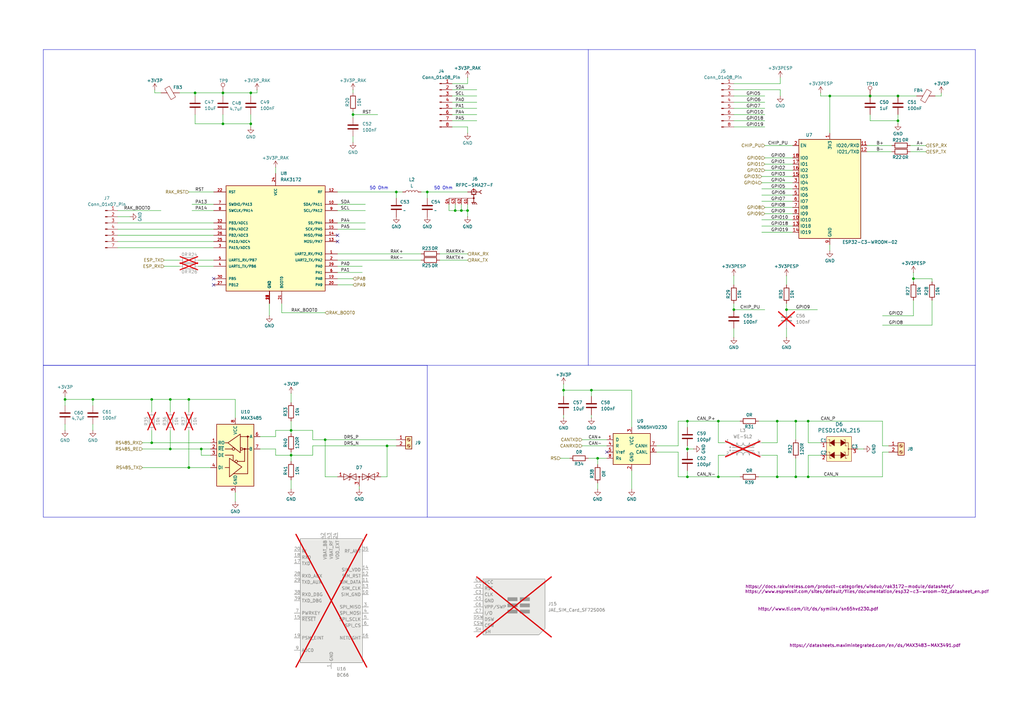
<source format=kicad_sch>
(kicad_sch (version 20250114) (generator "eeschema") (generator_version "9.0")
  (paper "A3")
  (title_block (title "OpenAirScope") (date "2025-09-08") (rev "v0-Draft") (company "E.Mert ÇAKIR"))
  (text "50 Ohm\n" (at 181.864 77.216 0) (effects (font (size 1.27 1.27))))
  (text "50 Ohm\n" (at 155.448 77.216 0) (effects (font (size 1.27 1.27))))
  (junction (at 77.47 163.83))
  (junction (at 245.11 187.96))
  (junction (at 26.67 163.83))
  (junction (at 175.26 78.74))
  (junction (at 144.78 46.99))
  (junction (at 368.3 39.37))
  (junction (at 102.87 50.8))
  (junction (at 119.38 176.53))
  (junction (at 77.47 191.77))
  (junction (at 326.39 172.72))
  (junction (at 91.44 38.1))
  (junction (at 318.77 172.72))
  (junction (at 231.14 160.02))
  (junction (at 62.23 163.83))
  (junction (at 294.64 172.72))
  (junction (at 331.47 172.72))
  (junction (at 294.64 195.58))
  (junction (at 62.23 181.61))
  (junction (at 322.58 127))
  (junction (at 119.38 186.69))
  (junction (at 281.94 172.72))
  (junction (at 69.85 163.83))
  (junction (at 281.94 195.58))
  (junction (at 242.57 160.02))
  (junction (at 91.44 50.8))
  (junction (at 102.87 38.1))
  (junction (at 281.94 184.15))
  (junction (at 340.36 39.37))
  (junction (at 69.85 184.15))
  (junction (at 356.87 39.37))
  (junction (at 191.77 86.36))
  (junction (at 80.01 38.1))
  (junction (at 162.56 78.74))
  (junction (at 82.55 184.15))
  (junction (at 186.69 86.36))
  (junction (at 331.47 195.58))
  (junction (at 326.39 195.58))
  (junction (at 133.35 180.34))
  (junction (at 189.23 86.36))
  (junction (at 374.65 114.3))
  (junction (at 300.99 127))
  (junction (at 158.75 182.88))
  (junction (at 368.3 49.53))
  (junction (at 38.1 163.83))
  (junction (at 318.77 195.58))
  (no_connect (at 87.63 114.3))
  (no_connect (at 138.43 96.52))
  (no_connect (at 87.63 116.84))
  (no_connect (at 138.43 99.06))
  (no_connect (at 248.92 185.42))
  (wire (pts (xy 48.26 86.36) (xy 66.04 86.36)))
  (wire (pts (xy 38.1 163.83) (xy 62.23 163.83)))
  (wire (pts (xy 144.78 45.72) (xy 144.78 46.99)))
  (wire (pts (xy 80.01 38.1) (xy 91.44 38.1)))
  (wire (pts (xy 300.99 34.29) (xy 320.04 34.29)))
  (wire (pts (xy 191.77 52.07) (xy 191.77 54.61)))
  (wire (pts (xy 162.56 78.74) (xy 162.56 81.28)))
  (wire (pts (xy 238.76 182.88) (xy 248.92 182.88)))
  (wire (pts (xy 48.26 96.52) (xy 87.63 96.52)))
  (wire (pts (xy 231.14 170.18) (xy 231.14 171.45)))
  (wire (pts (xy 312.42 186.69) (xy 318.77 186.69)))
  (wire (pts (xy 294.64 195.58) (xy 303.53 195.58)))
  (wire (pts (xy 162.56 78.74) (xy 165.1 78.74)))
  (wire (pts (xy 300.99 46.99) (xy 313.69 46.99)))
  (wire (pts (xy 336.55 39.37) (xy 340.36 39.37)))
  (wire (pts (xy 77.47 163.83) (xy 96.52 163.83)))
  (wire (pts (xy 303.53 172.72) (xy 294.64 172.72)))
  (wire (pts (xy 119.38 186.69) (xy 119.38 185.42)))
  (wire (pts (xy 374.65 123.19) (xy 374.65 129.54)))
  (wire (pts (xy 185.42 34.29) (xy 191.77 34.29)))
  (wire (pts (xy 320.04 36.83) (xy 320.04 39.37)))
  (wire (pts (xy 294.64 172.72) (xy 281.94 172.72)))
  (wire (pts (xy 58.42 184.15) (xy 69.85 184.15)))
  (polyline (pts (xy 175.26 212.09) (xy 400.05 212.09)))
  (wire (pts (xy 336.55 181.61) (xy 331.47 181.61)))
  (wire (pts (xy 191.77 86.36) (xy 191.77 88.9)))
  (wire (pts (xy 331.47 186.69) (xy 331.47 195.58)))
  (wire (pts (xy 374.65 114.3) (xy 374.65 115.57)))
  (wire (pts (xy 361.95 185.42) (xy 361.95 195.58)))
  (wire (pts (xy 242.57 160.02) (xy 259.08 160.02)))
  (wire (pts (xy 259.08 160.02) (xy 259.08 175.26)))
  (wire (pts (xy 26.67 173.99) (xy 26.67 176.53)))
  (wire (pts (xy 312.42 181.61) (xy 318.77 181.61)))
  (wire (pts (xy 186.69 83.82) (xy 186.69 86.36)))
  (wire (pts (xy 312.42 90.17) (xy 325.12 90.17)))
  (wire (pts (xy 186.69 86.36) (xy 189.23 86.36)))
  (wire (pts (xy 175.26 78.74) (xy 175.26 81.28)))
  (wire (pts (xy 331.47 195.58) (xy 326.39 195.58)))
  (wire (pts (xy 144.78 55.88) (xy 144.78 58.42)))
  (polyline (pts (xy 175.26 212.09) (xy 175.26 149.86)))
  (wire (pts (xy 281.94 184.15) (xy 284.48 184.15)))
  (wire (pts (xy 180.34 104.14) (xy 191.77 104.14)))
  (wire (pts (xy 189.23 83.82) (xy 189.23 86.36)))
  (wire (pts (xy 144.78 46.99) (xy 154.94 46.99)))
  (wire (pts (xy 300.99 39.37) (xy 313.69 39.37)))
  (wire (pts (xy 373.38 62.23) (xy 379.73 62.23)))
  (wire (pts (xy 238.76 180.34) (xy 248.92 180.34)))
  (wire (pts (xy 300.99 127) (xy 313.69 127)))
  (wire (pts (xy 231.14 157.48) (xy 231.14 160.02)))
  (wire (pts (xy 80.01 50.8) (xy 91.44 50.8)))
  (wire (pts (xy 133.35 180.34) (xy 133.35 195.58)))
  (wire (pts (xy 110.49 124.46) (xy 110.49 129.54)))
  (wire (pts (xy 322.58 124.46) (xy 322.58 127)))
  (wire (pts (xy 185.42 52.07) (xy 191.77 52.07)))
  (wire (pts (xy 281.94 195.58) (xy 278.13 195.58)))
  (wire (pts (xy 69.85 163.83) (xy 77.47 163.83)))
  (wire (pts (xy 326.39 195.58) (xy 318.77 195.58)))
  (wire (pts (xy 245.11 187.96) (xy 248.92 187.96)))
  (wire (pts (xy 340.36 39.37) (xy 340.36 54.61)))
  (wire (pts (xy 138.43 104.14) (xy 172.72 104.14)))
  (wire (pts (xy 355.6 62.23) (xy 365.76 62.23)))
  (wire (pts (xy 189.23 86.36) (xy 191.77 86.36)))
  (wire (pts (xy 156.21 195.58) (xy 158.75 195.58)))
  (wire (pts (xy 318.77 172.72) (xy 318.77 181.61)))
  (wire (pts (xy 312.42 72.39) (xy 325.12 72.39)))
  (wire (pts (xy 119.38 161.29) (xy 119.38 165.1)))
  (wire (pts (xy 69.85 176.53) (xy 69.85 184.15)))
  (wire (pts (xy 355.6 59.69) (xy 365.76 59.69)))
  (wire (pts (xy 158.75 182.88) (xy 162.56 182.88)))
  (wire (pts (xy 128.27 176.53) (xy 119.38 176.53)))
  (wire (pts (xy 326.39 180.34) (xy 326.39 172.72)))
  (wire (pts (xy 82.55 186.69) (xy 82.55 184.15)))
  (wire (pts (xy 128.27 186.69) (xy 128.27 182.88)))
  (wire (pts (xy 322.58 134.62) (xy 322.58 138.43)))
  (polyline (pts (xy 17.78 20.32) (xy 17.78 149.86)))
  (wire (pts (xy 115.57 128.27) (xy 133.35 128.27)))
  (wire (pts (xy 102.87 46.99) (xy 102.87 50.8)))
  (wire (pts (xy 245.11 190.5) (xy 245.11 187.96)))
  (wire (pts (xy 63.5 36.83) (xy 63.5 38.1)))
  (wire (pts (xy 318.77 186.69) (xy 318.77 195.58)))
  (wire (pts (xy 269.24 182.88) (xy 278.13 182.88)))
  (wire (pts (xy 58.42 181.61) (xy 62.23 181.61)))
  (wire (pts (xy 368.3 46.99) (xy 368.3 49.53)))
  (wire (pts (xy 331.47 181.61) (xy 331.47 172.72)))
  (wire (pts (xy 105.41 36.83) (xy 105.41 38.1)))
  (wire (pts (xy 326.39 187.96) (xy 326.39 195.58)))
  (wire (pts (xy 351.79 184.15) (xy 354.33 184.15)))
  (wire (pts (xy 73.66 106.68) (xy 67.31 106.68)))
  (wire (pts (xy 313.69 87.63) (xy 325.12 87.63)))
  (wire (pts (xy 375.92 39.37) (xy 368.3 39.37)))
  (wire (pts (xy 312.42 92.71) (xy 325.12 92.71)))
  (wire (pts (xy 294.64 172.72) (xy 294.64 181.61)))
  (wire (pts (xy 138.43 114.3) (xy 144.78 114.3)))
  (wire (pts (xy 278.13 172.72) (xy 278.13 182.88)))
  (wire (pts (xy 91.44 46.99) (xy 91.44 50.8)))
  (wire (pts (xy 82.55 184.15) (xy 86.36 184.15)))
  (wire (pts (xy 102.87 50.8) (xy 102.87 52.07)))
  (wire (pts (xy 297.18 181.61) (xy 294.64 181.61)))
  (wire (pts (xy 281.94 193.04) (xy 281.94 195.58)))
  (polyline (pts (xy 400.05 149.86) (xy 17.78 149.86)))
  (wire (pts (xy 326.39 172.72) (xy 318.77 172.72)))
  (wire (pts (xy 361.95 133.35) (xy 382.27 133.35)))
  (wire (pts (xy 91.44 38.1) (xy 91.44 39.37)))
  (wire (pts (xy 115.57 124.46) (xy 115.57 128.27)))
  (wire (pts (xy 113.03 184.15) (xy 113.03 186.69)))
  (wire (pts (xy 62.23 181.61) (xy 86.36 181.61)))
  (wire (pts (xy 185.42 41.91) (xy 195.58 41.91)))
  (wire (pts (xy 138.43 93.98) (xy 149.86 93.98)))
  (wire (pts (xy 336.55 38.1) (xy 336.55 39.37)))
  (wire (pts (xy 231.14 162.56) (xy 231.14 160.02)))
  (wire (pts (xy 229.87 187.96) (xy 233.68 187.96)))
  (wire (pts (xy 113.03 186.69) (xy 119.38 186.69)))
  (wire (pts (xy 119.38 172.72) (xy 119.38 176.53)))
  (wire (pts (xy 241.3 187.96) (xy 245.11 187.96)))
  (wire (pts (xy 48.26 88.9) (xy 53.34 88.9)))
  (wire (pts (xy 382.27 115.57) (xy 382.27 114.3)))
  (wire (pts (xy 133.35 195.58) (xy 138.43 195.58)))
  (wire (pts (xy 80.01 46.99) (xy 80.01 50.8)))
  (wire (pts (xy 231.14 160.02) (xy 242.57 160.02)))
  (wire (pts (xy 356.87 49.53) (xy 368.3 49.53)))
  (wire (pts (xy 138.43 106.68) (xy 172.72 106.68)))
  (wire (pts (xy 322.58 113.03) (xy 322.58 116.84)))
  (wire (pts (xy 185.42 49.53) (xy 195.58 49.53)))
  (wire (pts (xy 336.55 186.69) (xy 331.47 186.69)))
  (wire (pts (xy 86.36 186.69) (xy 82.55 186.69)))
  (wire (pts (xy 313.69 85.09) (xy 325.12 85.09)))
  (wire (pts (xy 300.99 49.53) (xy 313.69 49.53)))
  (wire (pts (xy 313.69 67.31) (xy 325.12 67.31)))
  (wire (pts (xy 144.78 46.99) (xy 144.78 48.26)))
  (wire (pts (xy 119.38 186.69) (xy 119.38 189.23)))
  (wire (pts (xy 81.28 106.68) (xy 87.63 106.68)))
  (polyline (pts (xy 17.78 149.86) (xy 17.78 212.09)))
  (wire (pts (xy 172.72 78.74) (xy 175.26 78.74)))
  (wire (pts (xy 300.99 134.62) (xy 300.99 138.43)))
  (wire (pts (xy 128.27 186.69) (xy 119.38 186.69)))
  (wire (pts (xy 113.03 68.58) (xy 113.03 71.12)))
  (wire (pts (xy 62.23 163.83) (xy 62.23 168.91)))
  (wire (pts (xy 69.85 163.83) (xy 69.85 168.91)))
  (wire (pts (xy 313.69 59.69) (xy 325.12 59.69)))
  (wire (pts (xy 311.15 172.72) (xy 318.77 172.72)))
  (polyline (pts (xy 241.3 20.32) (xy 241.3 149.86)))
  (polyline (pts (xy 17.78 20.32) (xy 400.05 20.32)))
  (wire (pts (xy 300.99 124.46) (xy 300.99 127)))
  (wire (pts (xy 128.27 182.88) (xy 158.75 182.88)))
  (wire (pts (xy 340.36 100.33) (xy 340.36 102.87)))
  (wire (pts (xy 138.43 91.44) (xy 149.86 91.44)))
  (wire (pts (xy 313.69 64.77) (xy 325.12 64.77)))
  (wire (pts (xy 312.42 74.93) (xy 325.12 74.93)))
  (wire (pts (xy 175.26 78.74) (xy 191.77 78.74)))
  (wire (pts (xy 242.57 160.02) (xy 242.57 162.56)))
  (polyline (pts (xy 400.05 20.32) (xy 400.05 149.86)))
  (wire (pts (xy 331.47 172.72) (xy 326.39 172.72)))
  (wire (pts (xy 133.35 180.34) (xy 162.56 180.34)))
  (wire (pts (xy 300.99 113.03) (xy 300.99 116.84)))
  (wire (pts (xy 81.28 109.22) (xy 87.63 109.22)))
  (wire (pts (xy 281.94 172.72) (xy 281.94 175.26)))
  (wire (pts (xy 364.49 185.42) (xy 361.95 185.42)))
  (wire (pts (xy 138.43 86.36) (xy 149.86 86.36)))
  (wire (pts (xy 62.23 176.53) (xy 62.23 181.61)))
  (wire (pts (xy 138.43 83.82) (xy 149.86 83.82)))
  (wire (pts (xy 73.66 109.22) (xy 67.31 109.22)))
  (wire (pts (xy 102.87 38.1) (xy 102.87 39.37)))
  (wire (pts (xy 368.3 50.8) (xy 368.3 49.53)))
  (wire (pts (xy 48.26 93.98) (xy 87.63 93.98)))
  (polyline (pts (xy 17.78 149.86) (xy 175.26 149.86)))
  (wire (pts (xy 91.44 38.1) (xy 102.87 38.1)))
  (wire (pts (xy 373.38 59.69) (xy 379.73 59.69)))
  (wire (pts (xy 119.38 196.85) (xy 119.38 200.66)))
  (wire (pts (xy 96.52 163.83) (xy 96.52 171.45)))
  (wire (pts (xy 26.67 163.83) (xy 26.67 166.37)))
  (wire (pts (xy 313.69 69.85) (xy 325.12 69.85)))
  (wire (pts (xy 356.87 46.99) (xy 356.87 49.53)))
  (wire (pts (xy 184.15 83.82) (xy 184.15 86.36)))
  (wire (pts (xy 144.78 36.83) (xy 144.78 38.1)))
  (wire (pts (xy 63.5 38.1) (xy 66.04 38.1)))
  (wire (pts (xy 312.42 80.01) (xy 325.12 80.01)))
  (wire (pts (xy 77.47 163.83) (xy 77.47 168.91)))
  (wire (pts (xy 382.27 123.19) (xy 382.27 133.35)))
  (wire (pts (xy 113.03 176.53) (xy 119.38 176.53)))
  (wire (pts (xy 361.95 182.88) (xy 361.95 172.72)))
  (wire (pts (xy 78.74 86.36) (xy 87.63 86.36)))
  (wire (pts (xy 138.43 116.84) (xy 144.78 116.84)))
  (polyline (pts (xy 17.78 212.09) (xy 175.26 212.09)))
  (wire (pts (xy 185.42 44.45) (xy 195.58 44.45)))
  (wire (pts (xy 312.42 82.55) (xy 325.12 82.55)))
  (wire (pts (xy 106.68 184.15) (xy 113.03 184.15)))
  (wire (pts (xy 382.27 114.3) (xy 374.65 114.3)))
  (wire (pts (xy 312.42 77.47) (xy 325.12 77.47)))
  (wire (pts (xy 80.01 38.1) (xy 80.01 39.37)))
  (wire (pts (xy 259.08 193.04) (xy 259.08 200.66)))
  (wire (pts (xy 138.43 111.76) (xy 148.59 111.76)))
  (wire (pts (xy 73.66 38.1) (xy 80.01 38.1)))
  (wire (pts (xy 340.36 39.37) (xy 356.87 39.37)))
  (wire (pts (xy 128.27 180.34) (xy 133.35 180.34)))
  (wire (pts (xy 281.94 172.72) (xy 278.13 172.72)))
  (wire (pts (xy 113.03 179.07) (xy 113.03 176.53)))
  (wire (pts (xy 185.42 46.99) (xy 195.58 46.99)))
  (wire (pts (xy 48.26 99.06) (xy 87.63 99.06)))
  (wire (pts (xy 48.26 101.6) (xy 87.63 101.6)))
  (wire (pts (xy 106.68 179.07) (xy 113.03 179.07)))
  (wire (pts (xy 62.23 163.83) (xy 69.85 163.83)))
  (wire (pts (xy 361.95 172.72) (xy 331.47 172.72)))
  (wire (pts (xy 364.49 182.88) (xy 361.95 182.88)))
  (wire (pts (xy 374.65 114.3) (xy 374.65 111.76)))
  (wire (pts (xy 242.57 170.18) (xy 242.57 171.45)))
  (wire (pts (xy 77.47 176.53) (xy 77.47 191.77)))
  (wire (pts (xy 138.43 78.74) (xy 162.56 78.74)))
  (wire (pts (xy 361.95 195.58) (xy 331.47 195.58)))
  (wire (pts (xy 356.87 39.37) (xy 368.3 39.37)))
  (polyline (pts (xy 400.05 212.09) (xy 400.05 149.86)))
  (wire (pts (xy 26.67 162.56) (xy 26.67 163.83)))
  (wire (pts (xy 361.95 129.54) (xy 374.65 129.54)))
  (wire (pts (xy 245.11 198.12) (xy 245.11 200.66)))
  (wire (pts (xy 311.15 195.58) (xy 318.77 195.58)))
  (wire (pts (xy 158.75 195.58) (xy 158.75 182.88)))
  (wire (pts (xy 69.85 184.15) (xy 82.55 184.15)))
  (wire (pts (xy 297.18 186.69) (xy 294.64 186.69)))
  (wire (pts (xy 77.47 191.77) (xy 86.36 191.77)))
  (wire (pts (xy 119.38 176.53) (xy 119.38 177.8)))
  (wire (pts (xy 96.52 201.93) (xy 96.52 205.74)))
  (wire (pts (xy 320.04 34.29) (xy 320.04 31.75)))
  (wire (pts (xy 77.47 78.74) (xy 87.63 78.74)))
  (wire (pts (xy 184.15 86.36) (xy 186.69 86.36)))
  (wire (pts (xy 105.41 38.1) (xy 102.87 38.1)))
  (wire (pts (xy 147.32 199.39) (xy 147.32 200.66)))
  (wire (pts (xy 300.99 44.45) (xy 313.69 44.45)))
  (wire (pts (xy 185.42 39.37) (xy 195.58 39.37)))
  (wire (pts (xy 386.08 38.1) (xy 386.08 39.37)))
  (wire (pts (xy 26.67 163.83) (xy 38.1 163.83)))
  (wire (pts (xy 38.1 163.83) (xy 38.1 166.37)))
  (wire (pts (xy 180.34 106.68) (xy 191.77 106.68)))
  (wire (pts (xy 185.42 36.83) (xy 195.58 36.83)))
  (wire (pts (xy 48.26 91.44) (xy 87.63 91.44)))
  (wire (pts (xy 78.74 83.82) (xy 87.63 83.82)))
  (wire (pts (xy 91.44 50.8) (xy 102.87 50.8)))
  (wire (pts (xy 300.99 36.83) (xy 320.04 36.83)))
  (wire (pts (xy 312.42 95.25) (xy 325.12 95.25)))
  (wire (pts (xy 278.13 195.58) (xy 278.13 185.42)))
  (wire (pts (xy 281.94 182.88) (xy 281.94 184.15)))
  (wire (pts (xy 58.42 191.77) (xy 77.47 191.77)))
  (wire (pts (xy 300.99 41.91) (xy 313.69 41.91)))
  (wire (pts (xy 269.24 185.42) (xy 278.13 185.42)))
  (wire (pts (xy 191.77 34.29) (xy 191.77 31.75)))
  (wire (pts (xy 281.94 184.15) (xy 281.94 185.42)))
  (wire (pts (xy 294.64 186.69) (xy 294.64 195.58)))
  (wire (pts (xy 128.27 176.53) (xy 128.27 180.34)))
  (wire (pts (xy 38.1 173.99) (xy 38.1 176.53)))
  (wire (pts (xy 300.99 52.07) (xy 313.69 52.07)))
  (wire (pts (xy 386.08 39.37) (xy 383.54 39.37)))
  (wire (pts (xy 138.43 109.22) (xy 148.59 109.22)))
  (wire (pts (xy 322.58 127) (xy 335.28 127)))
  (wire (pts (xy 294.64 195.58) (xy 281.94 195.58)))
  (wire (pts (xy 191.77 83.82) (xy 191.77 86.36)))
  (label "GPIO4" (at 316.23 74.93 0))
  (label "SDA" (at 186.69 36.83 0))
  (label "GPIO3" (at 316.23 72.39 0))
  (label "PA14" (at 80.01 86.36 0))
  (label "GPIO5" (at 306.07 39.37 0))
  (label "CAN-" (at 241.3699 182.88 0))
  (label "GPIO2" (at 364.49 129.54 0))
  (label "RAKTX+" (at 182.88 106.68 0))
  (label "GPIO8" (at 364.49 133.35 0))
  (label "RST" (at 148.59 46.99 0))
  (label "GPIO10" (at 306.07 46.99 0))
  (label "CHIP_PU" (at 303.53 127 0))
  (label "CAN+" (at 241.3 180.34 0))
  (label "GPIO9" (at 326.39 127 0))
  (label "B+" (at 359.41 59.69 0))
  (label "PA4" (at 186.69 46.99 0))
  (label "GPIO0" (at 316.23 64.77 0))
  (label "GPIO9" (at 316.23 87.63 0))
  (label "SCL" (at 186.69 39.37 0))
  (label "CAN_N" (at 337.82 195.58 0))
  (label "GPIO6" (at 316.3468 80.01 0))
  (label "RAK_BOOT0" (at 50.8 86.36 0))
  (label "DRS_P" (at 140.97 180.34 0))
  (label "SCL" (at 139.7 86.36 0))
  (label "RST" (at 80.01 78.74 0))
  (label "GPIO19" (at 306.07 52.07 0))
  (label "RAK-" (at 160.02 106.68 0))
  (label "PA1" (at 186.69 44.45 0))
  (label "CHIP_PU" (at 314.96 59.69 0))
  (label "PA13" (at 80.01 83.82 0))
  (label "CAN_P+" (at 285.75 172.72 0))
  (label "A+" (at 375.92 59.69 0))
  (label "GPIO10" (at 316.23 90.17 0))
  (label "GPIO8" (at 316.23 85.09 0))
  (label "GPIO6" (at 306.1868 41.91 0))
  (label "PA1" (at 139.7 111.76 0))
  (label "SDA" (at 139.7 83.82 0))
  (label "PA0" (at 186.69 41.91 0))
  (label "GPIO5" (at 316.23 77.47 0))
  (label "B-" (at 359.41 62.23 0))
  (label "GPIO1" (at 316.23 67.31 0))
  (label "GPIO18" (at 316.23 92.71 0))
  (label "PA0" (at 139.7 109.22 0))
  (label "PA4" (at 139.7 91.44 0))
  (label "A-" (at 375.92 62.23 0))
  (label "GPIO2" (at 316.23 69.85 0))
  (label "GPIO18" (at 306.07 49.53 0))
  (label "PA5" (at 139.7 93.98 0))
  (label "GPIO19" (at 316.23 95.25 0))
  (label "GPIO7" (at 316.23 82.55 0))
  (label "CAN_P" (at 336.55 172.72 0))
  (label "RAK+" (at 160.02 104.14 0))
  (label "RAKRX+" (at 182.88 104.14 0))
  (label "DRS_N" (at 140.97 182.88 0))
  (label "GPIO7" (at 306.07 44.45 0))
  (label "RAK_BOOT0" (at 119.38 128.27 0))
  (label "PA5" (at 186.69 49.53 0))
  (label "CAN_N-" (at 285.75 195.58 0))
  (hierarchical_label "RAK_RX" (shape input) (at 191.77 104.14 0))
  (hierarchical_label "ESP_RX" (shape input) (at 67.31 109.22 180))
  (hierarchical_label "CANRXD" (shape input) (at 238.76 182.88 180))
  (hierarchical_label "GPIO9" (shape input) (at 313.69 87.63 180))
  (hierarchical_label "ESP_TX" (shape input) (at 379.73 62.23 0))
  (hierarchical_label "RS485_TX" (shape input) (at 58.42 191.77 180))
  (hierarchical_label "RS" (shape input) (at 229.87 187.96 180))
  (hierarchical_label "GPIO8" (shape input) (at 313.69 85.09 180))
  (hierarchical_label "CANTXD" (shape input) (at 238.76 180.34 180))
  (hierarchical_label "GPIO4" (shape input) (at 312.42 74.93 180))
  (hierarchical_label "GPIO1" (shape input) (at 313.69 67.31 180))
  (hierarchical_label "PA8" (shape input) (at 144.78 114.3 0))
  (hierarchical_label "RAK_BOOT0" (shape input) (at 133.35 128.27 0))
  (hierarchical_label "GPIO3" (shape input) (at 312.42 72.39 180))
  (hierarchical_label "ESP_RX" (shape input) (at 379.73 59.69 0))
  (hierarchical_label "CHIP_PU" (shape input) (at 313.69 59.69 180))
  (hierarchical_label "RS485_RX" (shape input) (at 58.42 181.61 180))
  (hierarchical_label "GPIO2" (shape input) (at 313.69 69.85 180))
  (hierarchical_label "RS485_RE" (shape input) (at 58.42 184.15 180))
  (hierarchical_label "RAK_RST" (shape input) (at 77.47 78.74 180))
  (hierarchical_label "PA9" (shape input) (at 144.78 116.84 0))
  (hierarchical_label "RAK_TX" (shape input) (at 191.77 106.68 0))
  (hierarchical_label "GPIO0" (shape input) (at 313.69 64.77 180))
  (hierarchical_label "ESP_TX" (shape input) (at 67.31 106.68 180))
  (symbol (lib_id "power:VBUS") (at 105.41 36.83 0) (mirror y) (unit 1)
    (property "Reference" "#PWR069" (effects (hide yes)))
    (property "Value" "+3V3P_RAK" (at 105.41 33.02 0))
    (property "Description" "Power symbol creates a global label with name \"VBUS\"" (effects (hide yes)))
  )
  (symbol (lib_id "Device:R") (at 119.38 168.91 180) (unit 1)
    (property "Reference" "R33" (at 117.094 168.91 90))
    (property "Value" "10k" (at 121.92 168.91 90))
    (property "Footprint" "Resistor_SMD:R_0603_1608Metric" (effects (hide yes)))
    (property "Description" "Resistor" (effects (hide yes)))
  )
  (symbol (lib_id "WE-SL2:WE-SL2") (at 304.8 184.15 0) (unit 1) (dnp yes)
    (property "Reference" "L3" (at 304.64 176.53 0))
    (property "Value" "WE-SL2" (at 304.64 179.07 0))
    (property "Footprint" "WE-SL2:WE-SL2" (effects (hide yes)))
    (property "MF" "Würth Elektronik" (effects (hide yes)))
    (property "Description_1" "Common Mode Line Filter, SMT, 1000mA, 80V, Bifilar 2x51uH, WE-SL2 Series | Wurth Electronics 744227" (effects (hide yes)))
    (property "Package" "Horizontal-4 Wurth Elektronik" (effects (hide yes)))
    (property "Price" "None" (effects (hide yes)))
    (property "SnapEDA_Link" "https://www.snapeda.com/parts/744227/W%25C3%25BCrth+Elektronik+Midcom/view-part/?ref=snap" (effects (hide yes)))
    (property "MP" "744227" (effects (hide yes)))
    (property "Availability" "In Stock" (effects (hide yes)))
    (property "Check_prices" "https://www.snapeda.com/parts/744227/W%25C3%25BCrth+Elektronik+Midcom/view-part/?ref=eda" (effects (hide yes)))
  )
  (symbol (lib_id "Device:R") (at 374.65 119.38 180) (unit 1)
    (property "Reference" "R27" (at 372.364 119.38 90))
    (property "Value" "10k" (at 376.936 119.38 90))
    (property "Footprint" "Resistor_SMD:R_0603_1608Metric" (effects (hide yes)))
    (property "Description" "Resistor" (effects (hide yes)))
  )
  (symbol (lib_id "Device:C") (at 281.94 179.07 0) (unit 1)
    (property "Reference" "C59" (at 285.75 177.7999 0) (effects (justify left)))
    (property "Value" "100pF" (at 285.75 180.3399 0) (effects (justify left)))
    (property "Footprint" "Capacitor_SMD:C_0603_1608Metric" (effects (hide yes)))
    (property "Description" "Unpolarized capacitor" (effects (hide yes)))
  )
  (symbol (lib_id "power:GND") (at 38.1 176.53 0) (unit 1)
    (property "Reference" "#PWR099" (effects (hide yes)))
    (property "Value" "GND" (at 38.1 180.594 0))
    (property "Description" "Power symbol creates a global label with name \"GND\" , ground" (effects (hide yes)))
  )
  (symbol (lib_id "power:GND") (at 242.57 171.45 0) (unit 1)
    (property "Reference" "#PWR093" (effects (hide yes)))
    (property "Value" "GND" (at 242.57 175.514 0))
    (property "Description" "Power symbol creates a global label with name \"GND\" , ground" (effects (hide yes)))
  )
  (symbol (lib_id "Diode:SM712_SOT23") (at 147.32 195.58 0) (unit 1)
    (property "Reference" "D7" (at 147.32 191.77 0))
    (property "Value" "SM712_SOT23" (effects (hide yes)))
    (property "Footprint" "Package_TO_SOT_SMD:SOT-23" (effects (hide yes)))
    (property "Datasheet" "https://www.littelfuse.com/~/media/electronics/datasheets/tvs_diode_arrays/littelfuse_tvs_diode_array_sm712_datasheet.pdf.pdf" (effects (hide yes)))
    (property "Description" "7V/12V, 600W Asymmetrical TVS Diode Array, SOT-23" (effects (hide yes)))
  )
  (symbol (lib_id "power:GND") (at 284.48 184.15 90) (unit 1)
    (property "Reference" "#PWR096" (effects (hide yes)))
    (property "Value" "GND" (at 288.544 184.15 0))
    (property "Description" "Power symbol creates a global label with name \"GND\" , ground" (effects (hide yes)))
  )
  (symbol (lib_id "power:VBUS") (at 320.04 31.75 0) (unit 1)
    (property "Reference" "#PWR067" (effects (hide yes)))
    (property "Value" "+3V3PESP" (at 320.04 27.94 0))
    (property "Description" "Power symbol creates a global label with name \"VBUS\"" (effects (hide yes)))
  )
  (symbol (lib_id "power:VBUS") (at 113.03 68.58 0) (mirror y) (unit 1)
    (property "Reference" "#PWR078" (effects (hide yes)))
    (property "Value" "+3V3P_RAK" (at 113.03 64.77 0))
    (property "Description" "Power symbol creates a global label with name \"VBUS\"" (effects (hide yes)))
  )
  (symbol (lib_id "power:VBUS") (at 63.5 36.83 0) (mirror y) (unit 1)
    (property "Reference" "#PWR068" (effects (hide yes)))
    (property "Value" "+3V3P" (at 63.5 33.02 0))
    (property "Description" "Power symbol creates a global label with name \"VBUS\"" (effects (hide yes)))
  )
  (symbol (lib_id "Device:R") (at 326.39 184.15 180) (unit 1)
    (property "Reference" "R32" (at 324.104 184.15 90))
    (property "Value" "120R" (at 328.93 184.15 90))
    (property "Footprint" "Resistor_SMD:R_0603_1608Metric" (effects (hide yes)))
    (property "Description" "Resistor" (effects (hide yes)))
  )
  (symbol (lib_id "power:VBUS") (at 386.08 38.1 0) (unit 1)
    (property "Reference" "#PWR072" (effects (hide yes)))
    (property "Value" "+3V3P" (at 386.08 34.29 0))
    (property "Description" "Power symbol creates a global label with name \"VBUS\"" (effects (hide yes)))
  )
  (symbol (lib_id "Interface_CAN_LIN:SN65HVD230") (at 259.08 182.88 0) (unit 1)
    (property "Reference" "U9" (at 261.2233 172.72 0) (effects (justify left)))
    (property "Value" "SN65HVD230" (at 261.2233 175.26 0) (effects (justify left)))
    (property "Footprint" "Package_SO:SOIC-8_3.9x4.9mm_P1.27mm" (effects (hide yes)))
    (property "Datasheet" "http://www.ti.com/lit/ds/symlink/sn65hvd230.pdf" (at 335.534 249.682 0))
    (property "Description" "CAN Bus Transceivers, 3.3V, 1Mbps, Low-Power capabilities, SOIC-8" (effects (hide yes)))
  )
  (symbol (lib_id "power:GND") (at 102.87 52.07 0) (unit 1)
    (property "Reference" "#PWR075" (effects (hide yes)))
    (property "Value" "GND" (at 102.87 56.134 0))
    (property "Description" "Power symbol creates a global label with name \"GND\" , ground" (effects (hide yes)))
  )
  (symbol (lib_id "Device:C") (at 368.3 43.18 0) (unit 1)
    (property "Reference" "C51" (at 372.11 41.9099 0) (effects (justify left)))
    (property "Value" "100nF" (at 372.11 44.4499 0) (effects (justify left)))
    (property "Footprint" "Capacitor_SMD:C_0603_1608Metric" (effects (hide yes)))
    (property "Description" "Unpolarized capacitor" (effects (hide yes)))
  )
  (symbol (lib_id "Device:R") (at 77.47 109.22 270) (unit 1) (dnp yes)
    (property "Reference" "R26" (at 79.0855 111.4532 90))
    (property "Value" "0R" (at 75.692 111.506 90))
    (property "Footprint" "Resistor_SMD:R_0603_1608Metric" (effects (hide yes)))
    (property "Description" "Resistor" (effects (hide yes)))
  )
  (symbol (lib_id "Device:C") (at 356.87 43.18 0) (unit 1)
    (property "Reference" "C50" (at 360.68 41.9099 0) (effects (justify left)))
    (property "Value" "1uF" (at 360.68 44.4499 0) (effects (justify left)))
    (property "Footprint" "Capacitor_SMD:C_1206_3216Metric" (effects (hide yes)))
    (property "Description" "Unpolarized capacitor" (effects (hide yes)))
  )
  (symbol (lib_id "power:VBUS") (at 144.78 36.83 0) (mirror y) (unit 1)
    (property "Reference" "#PWR070" (effects (hide yes)))
    (property "Value" "+3V3P_RAK" (at 144.78 33.02 0))
    (property "Description" "Power symbol creates a global label with name \"VBUS\"" (effects (hide yes)))
  )
  (symbol (lib_id "power:VBUS") (at 119.38 161.29 0) (mirror y) (unit 1)
    (property "Reference" "#PWR094" (effects (hide yes)))
    (property "Value" "+3V3P" (at 119.38 157.48 0))
    (property "Description" "Power symbol creates a global label with name \"VBUS\"" (effects (hide yes)))
  )
  (symbol (lib_id "Connector:Screw_Terminal_01x02") (at 167.64 180.34 0) (unit 1)
    (property "Reference" "J9" (at 170.18 181.6099 0) (effects (justify left)))
    (property "Value" "Screw_Terminal_01x02" (effects (hide yes)))
    (property "Footprint" "TerminalBlock_RND:TerminalBlock_RND_205-00045_1x02_P5.00mm_Horizontal" (effects (hide yes)))
    (property "Description" "Generic screw terminal, single row, 01x02, script generated (kicad-library-utils/schlib/autogen/connector/)" (effects (hide yes)))
  )
  (symbol (lib_id "RAK3172:RAK3172") (at 92.71 116.84 0) (unit 1)
    (property "Reference" "U8" (at 114.9986 71.12 0) (effects (justify left)))
    (property "Value" "RAK3172" (at 114.9986 73.66 0) (effects (justify left)))
    (property "Footprint" "RAK3172:RAK3172" (effects (hide yes)))
    (property "Datasheet" "https://docs.rakwireless.com/product-categories/wisduo/rak3172-module/datasheet/" (at 348.488 240.538 0))
    (property "MF" "Shenzhen RAKwireless Technology Co.,Ltd." (effects (hide yes)))
    (property "Description_1" "RAK3172 is a low-power long-range transceiver module based on the STM32WLE5CC chip. It provides an easy-to-use, small-size, low-power solution for long range wireless data applications" (effects (hide yes)))
    (property "Package" "Package" (effects (hide yes)))
    (property "Price" "None" (effects (hide yes)))
    (property "SnapEDA_Link" "https://www.snapeda.com/parts/RAK3172/Shenzhen+RAKwireless+Technology+Co.%252CLtd./view-part/?ref=snap" (effects (hide yes)))
    (property "MP" "RAK3172" (effects (hide yes)))
    (property "Availability" "Not in stock" (effects (hide yes)))
    (property "Check_prices" "https://www.snapeda.com/parts/RAK3172/Shenzhen+RAKwireless+Technology+Co.%252CLtd./view-part/?ref=eda" (effects (hide yes)))
  )
  (symbol (lib_id "power:GND") (at 162.56 88.9 0) (unit 1)
    (property "Reference" "#PWR081" (effects (hide yes)))
    (property "Value" "GND" (at 162.56 92.964 0))
    (property "Description" "Power symbol creates a global label with name \"GND\" , ground" (effects (hide yes)))
  )
  (symbol (lib_id "Device:R") (at 119.38 193.04 180) (unit 1)
    (property "Reference" "R41" (at 117.094 193.04 90))
    (property "Value" "10k" (at 121.92 193.04 90))
    (property "Footprint" "Resistor_SMD:R_0603_1608Metric" (effects (hide yes)))
    (property "Description" "Resistor" (effects (hide yes)))
  )
  (symbol (lib_id "Device:R") (at 369.57 62.23 90) (mirror x) (unit 1)
    (property "Reference" "R22" (at 367.9545 64.4632 90))
    (property "Value" "0R" (at 371.348 64.516 90))
    (property "Footprint" "Resistor_SMD:R_0603_1608Metric" (effects (hide yes)))
    (property "Description" "Resistor" (effects (hide yes)))
  )
  (symbol (lib_id "power:GND") (at 354.33 184.15 90) (unit 1)
    (property "Reference" "#PWR097" (effects (hide yes)))
    (property "Value" "GND" (at 358.394 184.15 0))
    (property "Description" "Power symbol creates a global label with name \"GND\" , ground" (effects (hide yes)))
  )
  (symbol (lib_id "Connector:TestPoint") (at 91.44 38.1 0) (unit 1)
    (property "Reference" "TP9" (at 89.9017 33.1273 0) (effects (justify left)))
    (property "Value" "TestPoint" (effects (hide yes)))
    (property "Footprint" "TestPoint:TestPoint_Pad_D1.0mm" (effects (hide yes)))
    (property "Description" "test point" (effects (hide yes)))
  )
  (symbol (lib_id "power:GND") (at 368.3 50.8 0) (unit 1)
    (property "Reference" "#PWR074" (effects (hide yes)))
    (property "Value" "GND" (at 368.3 54.864 0))
    (property "Description" "Power symbol creates a global label with name \"GND\" , ground" (effects (hide yes)))
  )
  (symbol (lib_id "Device:C") (at 175.26 85.09 0) (unit 1)
    (property "Reference" "C54" (at 176.784 82.804 0) (effects (justify left)))
    (property "Value" "~" (at 178.054 86.36 0) (effects (justify left)))
    (property "Footprint" "Capacitor_SMD:C_0402_1005Metric" (effects (hide yes)))
    (property "Description" "Unpolarized capacitor" (effects (hide yes)))
  )
  (symbol (lib_id "Device:C") (at 322.58 130.81 0) (unit 1) (dnp yes)
    (property "Reference" "C56" (at 326.39 129.5399 0) (effects (justify left)))
    (property "Value" "100nF" (at 326.39 132.0799 0) (effects (justify left)))
    (property "Footprint" "Capacitor_SMD:C_0603_1608Metric" (effects (hide yes)))
    (property "Description" "Unpolarized capacitor" (effects (hide yes)))
  )
  (symbol (lib_id "Device:R") (at 300.99 120.65 180) (unit 1)
    (property "Reference" "R29" (at 298.704 120.65 90))
    (property "Value" "10k" (at 303.276 120.65 90))
    (property "Footprint" "Resistor_SMD:R_0603_1608Metric" (effects (hide yes)))
    (property "Description" "Resistor" (effects (hide yes)))
  )
  (symbol (lib_id "power:GND") (at 300.99 138.43 0) (unit 1)
    (property "Reference" "#PWR089" (effects (hide yes)))
    (property "Value" "GND" (at 300.99 142.494 0))
    (property "Description" "Power symbol creates a global label with name \"GND\" , ground" (effects (hide yes)))
  )
  (symbol (lib_id "power:GND") (at 191.77 88.9 0) (unit 1)
    (property "Reference" "#PWR083" (effects (hide yes)))
    (property "Value" "GND" (at 191.77 92.964 0))
    (property "Description" "Power symbol creates a global label with name \"GND\" , ground" (effects (hide yes)))
  )
  (symbol (lib_id "Device:C") (at 162.56 85.09 0) (unit 1)
    (property "Reference" "C53" (at 164.084 82.804 0) (effects (justify left)))
    (property "Value" "~" (at 165.354 86.36 0) (effects (justify left)))
    (property "Footprint" "Capacitor_SMD:C_0402_1005Metric" (effects (hide yes)))
    (property "Description" "Unpolarized capacitor" (effects (hide yes)))
  )
  (symbol (lib_id "Connector:Conn_01x07_Pin") (at 43.18 93.98 0) (unit 1)
    (property "Reference" "J7" (at 43.815 81.28 0))
    (property "Value" "Conn_01x07_Pin" (at 43.815 83.82 0))
    (property "Footprint" "Connector_PinHeader_2.54mm:PinHeader_1x07_P2.54mm_Vertical" (effects (hide yes)))
    (property "Description" "Generic connector, single row, 01x07, script generated" (effects (hide yes)))
  )
  (symbol (lib_id "Device:C") (at 38.1 170.18 0) (unit 1)
    (property "Reference" "C61" (at 41.91 168.9099 0) (effects (justify left)))
    (property "Value" "100nF" (at 41.91 171.4499 0) (effects (justify left)))
    (property "Footprint" "Capacitor_SMD:C_0603_1608Metric" (effects (hide yes)))
    (property "Description" "Unpolarized capacitor" (effects (hide yes)))
  )
  (symbol (lib_id "power:VBUS") (at 231.14 157.48 0) (mirror y) (unit 1)
    (property "Reference" "#PWR091" (effects (hide yes)))
    (property "Value" "+3V3P" (at 231.14 153.67 0))
    (property "Description" "Power symbol creates a global label with name \"VBUS\"" (effects (hide yes)))
  )
  (symbol (lib_id "power:GND") (at 191.77 54.61 0) (unit 1)
    (property "Reference" "#PWR076" (effects (hide yes)))
    (property "Value" "GND" (at 191.77 58.674 0))
    (property "Description" "Power symbol creates a global label with name \"GND\" , ground" (effects (hide yes)))
  )
  (symbol (lib_id "Device:R") (at 322.58 120.65 180) (unit 1)
    (property "Reference" "R30" (at 320.294 120.65 90))
    (property "Value" "10k" (at 324.866 120.65 90))
    (property "Footprint" "Resistor_SMD:R_0603_1608Metric" (effects (hide yes)))
    (property "Description" "Resistor" (effects (hide yes)))
  )
  (symbol (lib_id "Connector:Conn_01x08_Pin") (at 295.91 41.91 0) (unit 1)
    (property "Reference" "J5" (at 296.545 29.21 0))
    (property "Value" "Conn_01x08_Pin" (at 296.545 31.75 0))
    (property "Footprint" "Connector_PinHeader_2.54mm:PinHeader_1x08_P2.54mm_Vertical" (effects (hide yes)))
    (property "Description" "Generic connector, single row, 01x08, script generated" (effects (hide yes)))
  )
  (symbol (lib_id "Connector:TestPoint") (at 356.87 39.37 0) (unit 1)
    (property "Reference" "TP10" (at 355.3317 34.3973 0) (effects (justify left)))
    (property "Value" "TestPoint" (effects (hide yes)))
    (property "Footprint" "TestPoint:TestPoint_Pad_D1.0mm" (effects (hide yes)))
    (property "Description" "test point" (effects (hide yes)))
  )
  (symbol (lib_id "Device:C") (at 231.14 166.37 0) (unit 1)
    (property "Reference" "C57" (at 234.95 165.0999 0) (effects (justify left)))
    (property "Value" "10uF" (at 234.95 167.6399 0) (effects (justify left)))
    (property "Footprint" "Capacitor_SMD:C_1206_3216Metric" (effects (hide yes)))
    (property "Description" "Unpolarized capacitor" (effects (hide yes)))
  )
  (symbol (lib_id "Connector:JAE_SIM_Card_SF72S006") (at 194.31 248.92 0) (unit 1) (exclude_from_sim yes) (in_bom no) (on_board no) (dnp yes)
    (property "Reference" "J15" (at 224.79 247.6499 0) (effects (justify left)))
    (property "Value" "JAE_SIM_Card_SF72S006" (at 224.79 250.1899 0) (effects (justify left)))
    (property "Footprint" "Connector_Card:SD_Card_Device_16mm_SlotDepth" (effects (hide yes)))
    (property "Datasheet" "https://www.jae.com/direct/topics/topics_file_download/topics_id=68892&ext_no=06&index=0&_lang=en&v=202003111511468456809" (effects (hide yes)))
    (property "Description" "Nano-SIM Card (4FF) connector with Detect Switch" (effects (hide yes)))
  )
  (symbol (lib_id "power:GND") (at 245.11 200.66 0) (unit 1)
    (property "Reference" "#PWR0100" (effects (hide yes)))
    (property "Value" "GND" (at 245.11 204.724 0))
    (property "Description" "Power symbol creates a global label with name \"GND\" , ground" (effects (hide yes)))
  )
  (symbol (lib_id "Device:C") (at 102.87 43.18 0) (unit 1)
    (property "Reference" "C49" (at 106.68 41.9099 0) (effects (justify left)))
    (property "Value" "100nF" (at 106.68 44.4499 0) (effects (justify left)))
    (property "Footprint" "Capacitor_SMD:C_0603_1608Metric" (effects (hide yes)))
    (property "Description" "Unpolarized capacitor" (effects (hide yes)))
  )
  (symbol (lib_id "power:GND") (at 53.34 88.9 90) (unit 1)
    (property "Reference" "#PWR080" (effects (hide yes)))
    (property "Value" "GND" (at 57.404 88.9 0))
    (property "Description" "Power symbol creates a global label with name \"GND\" , ground" (effects (hide yes)))
  )
  (symbol (lib_id "power:GND") (at 175.26 88.9 0) (unit 1)
    (property "Reference" "#PWR082" (effects (hide yes)))
    (property "Value" "GND" (at 175.26 92.964 0))
    (property "Description" "Power symbol creates a global label with name \"GND\" , ground" (effects (hide yes)))
  )
  (symbol (lib_id "power:VBUS") (at 191.77 31.75 0) (mirror y) (unit 1)
    (property "Reference" "#PWR066" (effects (hide yes)))
    (property "Value" "+3V3P_RAK" (at 191.77 27.94 0))
    (property "Description" "Power symbol creates a global label with name \"VBUS\"" (effects (hide yes)))
  )
  (symbol (lib_id "Device:R") (at 62.23 172.72 180) (unit 1) (dnp yes)
    (property "Reference" "R35" (at 59.944 172.72 90))
    (property "Value" "10k" (at 64.77 172.72 90))
    (property "Footprint" "Resistor_SMD:R_0603_1608Metric" (effects (hide yes)))
    (property "Description" "Resistor" (effects (hide yes)))
  )
  (symbol (lib_id "power:GND") (at 144.78 58.42 0) (unit 1)
    (property "Reference" "#PWR077" (effects (hide yes)))
    (property "Value" "GND" (at 144.78 62.484 0))
    (property "Description" "Power symbol creates a global label with name \"GND\" , ground" (effects (hide yes)))
  )
  (symbol (lib_id "power:VBUS") (at 374.65 111.76 0) (unit 1)
    (property "Reference" "#PWR085" (effects (hide yes)))
    (property "Value" "+3V3PESP" (at 374.65 107.95 0))
    (property "Description" "Power symbol creates a global label with name \"VBUS\"" (effects (hide yes)))
  )
  (symbol (lib_id "power:GND") (at 322.58 138.43 0) (unit 1)
    (property "Reference" "#PWR090" (effects (hide yes)))
    (property "Value" "GND" (at 322.58 142.494 0))
    (property "Description" "Power symbol creates a global label with name \"GND\" , ground" (effects (hide yes)))
  )
  (symbol (lib_id "Device:C") (at 281.94 189.23 0) (unit 1)
    (property "Reference" "C62" (at 285.75 187.9599 0) (effects (justify left)))
    (property "Value" "100pF" (at 285.75 190.4999 0) (effects (justify left)))
    (property "Footprint" "Capacitor_SMD:C_0603_1608Metric" (effects (hide yes)))
    (property "Description" "Unpolarized capacitor" (effects (hide yes)))
  )
  (symbol (lib_id "power:GND") (at 96.52 205.74 0) (unit 1)
    (property "Reference" "#PWR0104" (effects (hide yes)))
    (property "Value" "GND" (at 96.52 209.804 0))
    (property "Description" "Power symbol creates a global label with name \"GND\" , ground" (effects (hide yes)))
  )
  (symbol (lib_id "power:VBUS") (at 26.67 162.56 0) (mirror y) (unit 1)
    (property "Reference" "#PWR095" (effects (hide yes)))
    (property "Value" "+3V3P" (at 26.67 158.75 0))
    (property "Description" "Power symbol creates a global label with name \"VBUS\"" (effects (hide yes)))
  )
  (symbol (lib_id "Device:R") (at 144.78 41.91 180) (unit 1)
    (property "Reference" "R20" (at 142.494 41.91 90))
    (property "Value" "10k" (at 147.32 41.91 90))
    (property "Footprint" "Resistor_SMD:R_0603_1608Metric" (effects (hide yes)))
    (property "Description" "Resistor" (effects (hide yes)))
  )
  (symbol (lib_id "power:GND") (at 147.32 200.66 0) (unit 1)
    (property "Reference" "#PWR0103" (effects (hide yes)))
    (property "Value" "GND" (at 147.32 204.724 0))
    (property "Description" "Power symbol creates a global label with name \"GND\" , ground" (effects (hide yes)))
  )
  (symbol (lib_id "RF_Module:ESP32-C3-WROOM-02") (at 340.36 77.47 0) (unit 1)
    (property "Reference" "U7" (at 330.454 55.372 0) (effects (justify left)))
    (property "Value" "ESP32-C3-WROOM-02" (at 345.44 99.314 0) (effects (justify left)))
    (property "Footprint" "RF_Module:ESP32-C3-WROOM-02" (effects (hide yes)))
    (property "Datasheet" "https://www.espressif.com/sites/default/files/documentation/esp32-c3-wroom-02_datasheet_en.pdf" (at 355.6 242.57 0))
    (property "Description" "802.11 b/g/n Wi­Fi and Bluetooth 5 module, ESP32­C3 SoC, RISC­V microprocessor, On-board antenna" (effects (hide yes)))
  )
  (symbol (lib_id "power:VBUS") (at 300.99 113.03 0) (unit 1)
    (property "Reference" "#PWR086" (effects (hide yes)))
    (property "Value" "+3V3PESP" (at 300.99 109.22 0))
    (property "Description" "Power symbol creates a global label with name \"VBUS\"" (effects (hide yes)))
  )
  (symbol (lib_id "power:VBUS") (at 322.58 113.03 0) (unit 1)
    (property "Reference" "#PWR087" (effects (hide yes)))
    (property "Value" "+3V3PESP" (at 322.58 109.22 0))
    (property "Description" "Power symbol creates a global label with name \"VBUS\"" (effects (hide yes)))
  )
  (symbol (lib_id "power:GND") (at 320.04 39.37 0) (unit 1)
    (property "Reference" "#PWR073" (effects (hide yes)))
    (property "Value" "GND" (at 320.04 43.434 0))
    (property "Description" "Power symbol creates a global label with name \"GND\" , ground" (effects (hide yes)))
  )
  (symbol (lib_id "power:GND") (at 110.49 129.54 0) (unit 1)
    (property "Reference" "#PWR088" (effects (hide yes)))
    (property "Value" "GND" (at 110.49 133.604 0))
    (property "Description" "Power symbol creates a global label with name \"GND\" , ground" (effects (hide yes)))
  )
  (symbol (lib_id "Device:FerriteBead") (at 379.73 39.37 270) (unit 1)
    (property "Reference" "FB4" (at 376.682 37.084 90))
    (property "Value" "FerriteBead" (effects (hide yes)))
    (property "Footprint" "Inductor_SMD:L_0603_1608Metric" (effects (hide yes)))
    (property "Description" "Ferrite bead" (effects (hide yes)))
  )
  (symbol (lib_id "Device:R") (at 176.53 106.68 90) (mirror x) (unit 1)
    (property "Reference" "R25" (at 174.9145 108.9132 90))
    (property "Value" "0R" (at 178.308 108.966 90))
    (property "Footprint" "Resistor_SMD:R_0603_1608Metric" (effects (hide yes)))
    (property "Description" "Resistor" (effects (hide yes)))
  )
  (symbol (lib_id "Device:C") (at 26.67 170.18 0) (unit 1)
    (property "Reference" "C60" (at 30.3056 169.3099 0) (effects (justify left)))
    (property "Value" "4.7uF" (at 29.3128 171.6499 0) (effects (justify left)))
    (property "Footprint" "Capacitor_SMD:C_0805_2012Metric" (effects (hide yes)))
    (property "Description" "Unpolarized capacitor" (effects (hide yes)))
  )
  (symbol (lib_id "Device:R") (at 176.53 104.14 90) (unit 1)
    (property "Reference" "R23" (at 174.9145 101.9068 90))
    (property "Value" "0R" (at 178.308 101.854 90))
    (property "Footprint" "Resistor_SMD:R_0603_1608Metric" (effects (hide yes)))
    (property "Description" "Resistor" (effects (hide yes)))
  )
  (symbol (lib_id "Device:R") (at 307.34 172.72 270) (unit 1)
    (property "Reference" "R31" (at 307.34 175.006 90))
    (property "Value" "0R" (at 307.34 170.18 90))
    (property "Footprint" "Resistor_SMD:R_0603_1608Metric" (effects (hide yes)))
    (property "Description" "Resistor" (effects (hide yes)))
  )
  (symbol (lib_id "Device:R") (at 245.11 194.31 180) (unit 1)
    (property "Reference" "R38" (at 242.824 194.31 90))
    (property "Value" "0R" (at 247.65 194.31 90))
    (property "Footprint" "Resistor_SMD:R_0603_1608Metric" (effects (hide yes)))
    (property "Description" "Resistor" (effects (hide yes)))
  )
  (symbol (lib_id "Device:C") (at 80.01 43.18 0) (unit 1)
    (property "Reference" "C47" (at 83.82 41.9099 0) (effects (justify left)))
    (property "Value" "10uF" (at 83.82 44.4499 0) (effects (justify left)))
    (property "Footprint" "Capacitor_SMD:C_1206_3216Metric" (effects (hide yes)))
    (property "Description" "Unpolarized capacitor" (effects (hide yes)))
  )
  (symbol (lib_id "Device:R") (at 69.85 172.72 180) (unit 1) (dnp yes)
    (property "Reference" "R36" (at 67.564 172.72 90))
    (property "Value" "10k" (at 72.39 172.72 90))
    (property "Footprint" "Resistor_SMD:R_0603_1608Metric" (effects (hide yes)))
    (property "Description" "Resistor" (effects (hide yes)))
  )
  (symbol (lib_id "Device:C") (at 91.44 43.18 0) (unit 1)
    (property "Reference" "C48" (at 95.0756 42.3099 0) (effects (justify left)))
    (property "Value" "4.7uF" (at 94.0828 44.6499 0) (effects (justify left)))
    (property "Footprint" "Capacitor_SMD:C_0805_2012Metric" (effects (hide yes)))
    (property "Description" "Unpolarized capacitor" (effects (hide yes)))
  )
  (symbol (lib_id "Device:R") (at 77.47 106.68 270) (mirror x) (unit 1) (dnp yes)
    (property "Reference" "R24" (at 79.0855 104.4468 90))
    (property "Value" "0R" (at 75.692 104.394 90))
    (property "Footprint" "Resistor_SMD:R_0603_1608Metric" (effects (hide yes)))
    (property "Description" "Resistor" (effects (hide yes)))
  )
  (symbol (lib_id "Device:R") (at 369.57 59.69 90) (unit 1)
    (property "Reference" "R21" (at 367.9545 57.4568 90))
    (property "Value" "0R" (at 371.348 57.404 90))
    (property "Footprint" "Resistor_SMD:R_0603_1608Metric" (effects (hide yes)))
    (property "Description" "Resistor" (effects (hide yes)))
  )
  (symbol (lib_id "power:GND") (at 259.08 200.66 0) (unit 1)
    (property "Reference" "#PWR0101" (effects (hide yes)))
    (property "Value" "GND" (at 259.08 204.724 0))
    (property "Description" "Power symbol creates a global label with name \"GND\" , ground" (effects (hide yes)))
  )
  (symbol (lib_id "power:GND") (at 26.67 176.53 0) (unit 1)
    (property "Reference" "#PWR098" (effects (hide yes)))
    (property "Value" "GND" (at 26.67 180.594 0))
    (property "Description" "Power symbol creates a global label with name \"GND\" , ground" (effects (hide yes)))
  )
  (symbol (lib_id "power:GND") (at 231.14 171.45 0) (unit 1)
    (property "Reference" "#PWR092" (effects (hide yes)))
    (property "Value" "GND" (at 231.14 175.514 0))
    (property "Description" "Power symbol creates a global label with name \"GND\" , ground" (effects (hide yes)))
  )
  (symbol (lib_id "Device:C") (at 242.57 166.37 0) (unit 1)
    (property "Reference" "C58" (at 246.38 165.0999 0) (effects (justify left)))
    (property "Value" "100nF" (at 246.38 167.6399 0) (effects (justify left)))
    (property "Footprint" "Capacitor_SMD:C_0603_1608Metric" (effects (hide yes)))
    (property "Description" "Unpolarized capacitor" (effects (hide yes)))
  )
  (symbol (lib_id "Connector:Screw_Terminal_01x02") (at 369.57 182.88 0) (unit 1)
    (property "Reference" "J8" (at 372.11 184.1499 0) (effects (justify left)))
    (property "Value" "Screw_Terminal_01x02" (effects (hide yes)))
    (property "Footprint" "TerminalBlock_RND:TerminalBlock_RND_205-00045_1x02_P5.00mm_Horizontal" (effects (hide yes)))
    (property "Description" "Generic screw terminal, single row, 01x02, script generated (kicad-library-utils/schlib/autogen/connector/)" (effects (hide yes)))
  )
  (symbol (lib_id "RFPC-SMA27-F:RFPC-SMA27-F") (at 194.31 78.74 0) (mirror y) (unit 1)
    (property "Reference" "J6" (at 194.818 73.406 0))
    (property "Value" "RFPC-SMA27-F" (at 194.564 75.946 0))
    (property "Footprint" "RFPC-SMA27-F:GRADCONN_RFPC-SMA27-F" (effects (hide yes)))
    (property "MF" "GradConn" (effects (hide yes)))
    (property "MAXIMUM_PACKAGE_HEIGHT" "10.3mm" (effects (hide yes)))
    (property "Package" "None" (effects (hide yes)))
    (property "Price" "None" (effects (hide yes)))
    (property "Check_prices" "https://www.snapeda.com/parts/RFPC-SMA27-F/GradConn/view-part/?ref=eda" (effects (hide yes)))
    (property "STANDARD" "Manufacturer Recommendations" (effects (hide yes)))
    (property "PARTREV" "1.0" (effects (hide yes)))
    (property "SnapEDA_Link" "https://www.snapeda.com/parts/RFPC-SMA27-F/GradConn/view-part/?ref=snap" (effects (hide yes)))
    (property "MP" "RFPC-SMA27-F" (effects (hide yes)))
    (property "Description_1" "SMA Connector Jack, Female Socket 50 Ohms Panel Mount, Through Hole, Right Angle Solder" (effects (hide yes)))
    (property "Availability" "In Stock" (effects (hide yes)))
    (property "MANUFACTURER" "GradConn" (effects (hide yes)))
  )
  (symbol (lib_id "Device:C") (at 144.78 52.07 0) (unit 1)
    (property "Reference" "C52" (at 148.59 50.7999 0) (effects (justify left)))
    (property "Value" "100nF" (at 148.59 53.3399 0) (effects (justify left)))
    (property "Footprint" "Capacitor_SMD:C_0603_1608Metric" (effects (hide yes)))
    (property "Description" "Unpolarized capacitor" (effects (hide yes)))
  )
  (symbol (lib_id "Device:L") (at 168.91 78.74 90) (unit 1)
    (property "Reference" "L2" (at 168.91 73.66 90))
    (property "Value" "L" (at 168.91 76.2 90))
    (property "Footprint" "Inductor_SMD:L_0603_1608Metric" (effects (hide yes)))
    (property "Description" "Inductor" (effects (hide yes)))
  )
  (symbol (lib_id "Connector:Conn_01x08_Pin") (at 180.34 41.91 0) (unit 1)
    (property "Reference" "J4" (at 180.975 29.21 0))
    (property "Value" "Conn_01x08_Pin" (at 180.975 31.75 0))
    (property "Footprint" "Connector_PinHeader_2.54mm:PinHeader_1x08_P2.54mm_Vertical" (effects (hide yes)))
    (property "Description" "Generic connector, single row, 01x08, script generated" (effects (hide yes)))
  )
  (symbol (lib_id "Device:R") (at 119.38 181.61 180) (unit 1)
    (property "Reference" "R40" (at 117.094 181.61 90))
    (property "Value" "120R" (at 121.92 181.61 90))
    (property "Footprint" "Resistor_SMD:R_0603_1608Metric" (effects (hide yes)))
    (property "Description" "Resistor" (effects (hide yes)))
  )
  (symbol (lib_id "Device:R") (at 77.47 172.72 180) (unit 1) (dnp yes)
    (property "Reference" "R37" (at 75.184 172.72 90))
    (property "Value" "10k" (at 80.01 172.72 90))
    (property "Footprint" "Resistor_SMD:R_0603_1608Metric" (effects (hide yes)))
    (property "Description" "Resistor" (effects (hide yes)))
  )
  (symbol (lib_id "dk_TVS-Diodes:PESD1CAN_215") (at 344.17 184.15 0) (unit 1)
    (property "Reference" "D6" (at 344.17 173.99 0) (effects (font (size 1.524 1.524))))
    (property "Value" "PESD1CAN_215" (at 344.17 176.53 0) (effects (font (size 1.524 1.524))))
    (property "Footprint" "digikey-footprints:SOT-23-3" (effects (hide yes)))
    (property "Datasheet" "https://assets.nexperia.com/documents/data-sheet/PESD1CAN.pdf" (effects (hide yes)))
    (property "Description" "TVS DIODE 24V 70V SOT23" (effects (hide yes)))
    (property "Digi-Key_PN" "1727-3817-1-ND" (effects (hide yes)))
    (property "MPN" "PESD1CAN,215" (effects (hide yes)))
    (property "Category" "Circuit Protection" (effects (hide yes)))
    (property "Family" "TVS - Diodes" (effects (hide yes)))
    (property "DK_Datasheet_Link" "https://assets.nexperia.com/documents/data-sheet/PESD1CAN.pdf" (effects (hide yes)))
    (property "DK_Detail_Page" "/product-detail/en/nexperia-usa-inc/PESD1CAN,215/1727-3817-1-ND/1530822" (effects (hide yes)))
    (property "Description_1" "TVS DIODE 24V 70V SOT23" (effects (hide yes)))
    (property "Manufacturer" "Nexperia USA Inc." (effects (hide yes)))
    (property "Status" "Active" (effects (hide yes)))
  )
  (symbol (lib_id "power:GND") (at 340.36 102.87 0) (unit 1)
    (property "Reference" "#PWR084" (effects (hide yes)))
    (property "Value" "GND" (at 340.36 106.934 0))
    (property "Description" "Power symbol creates a global label with name \"GND\" , ground" (effects (hide yes)))
  )
  (symbol (lib_id "Device:FerriteBead") (at 69.85 38.1 90) (mirror x) (unit 1)
    (property "Reference" "FB3" (at 72.898 35.814 90))
    (property "Value" "FerriteBead" (effects (hide yes)))
    (property "Footprint" "Inductor_SMD:L_0603_1608Metric" (effects (hide yes)))
    (property "Description" "Ferrite bead" (effects (hide yes)))
  )
  (symbol (lib_id "Device:C") (at 300.99 130.81 0) (unit 1)
    (property "Reference" "C55" (at 304.8 129.5399 0) (effects (justify left)))
    (property "Value" "100nF" (at 304.8 132.0799 0) (effects (justify left)))
    (property "Footprint" "Capacitor_SMD:C_0603_1608Metric" (effects (hide yes)))
    (property "Description" "Unpolarized capacitor" (effects (hide yes)))
  )
  (symbol (lib_id "Device:R") (at 307.34 195.58 270) (unit 1)
    (property "Reference" "R39" (at 307.34 197.866 90))
    (property "Value" "0R" (at 307.34 193.04 90))
    (property "Footprint" "Resistor_SMD:R_0603_1608Metric" (effects (hide yes)))
    (property "Description" "Resistor" (effects (hide yes)))
  )
  (symbol (lib_id "RF_GSM:BC66") (at 135.89 246.38 0) (unit 1) (exclude_from_sim yes) (in_bom no) (on_board no) (dnp yes)
    (property "Reference" "U16" (at 138.0333 274.32 0) (effects (justify left)))
    (property "Value" "BC66" (at 138.0333 276.86 0) (effects (justify left)))
    (property "Footprint" "RF_GSM:Quectel_BC66" (effects (hide yes)))
    (property "Datasheet" "https://www.quectel.com/UploadImage/Downlad/Quectel_BC66_Hardware_Design_V1.1.pdf" (effects (hide yes)))
    (property "Description" "Quectel NB-IoT Global, AT Command Set" (effects (hide yes)))
  )
  (symbol (lib_id "Device:R") (at 382.27 119.38 180) (unit 1)
    (property "Reference" "R28" (at 379.984 119.38 90))
    (property "Value" "10k" (at 384.556 119.38 90))
    (property "Footprint" "Resistor_SMD:R_0603_1608Metric" (effects (hide yes)))
    (property "Description" "Resistor" (effects (hide yes)))
  )
  (symbol (lib_id "power:VBUS") (at 336.55 38.1 0) (unit 1)
    (property "Reference" "#PWR071" (effects (hide yes)))
    (property "Value" "+3V3PESP" (at 336.55 34.29 0))
    (property "Description" "Power symbol creates a global label with name \"VBUS\"" (effects (hide yes)))
  )
  (symbol (lib_id "power:GND") (at 119.38 200.66 0) (unit 1)
    (property "Reference" "#PWR0102" (effects (hide yes)))
    (property "Value" "GND" (at 119.38 204.724 0))
    (property "Description" "Power symbol creates a global label with name \"GND\" , ground" (effects (hide yes)))
  )
  (symbol (lib_id "Device:R") (at 237.49 187.96 270) (unit 1)
    (property "Reference" "R34" (at 237.49 190.246 90))
    (property "Value" "0R" (at 237.49 185.42 90))
    (property "Footprint" "Resistor_SMD:R_0603_1608Metric" (effects (hide yes)))
    (property "Description" "Resistor" (effects (hide yes)))
  )
  (symbol (lib_id "Interface_UART:MAX3485") (at 96.52 186.69 0) (unit 1)
    (property "Reference" "U10" (at 98.6633 168.91 0) (effects (justify left)))
    (property "Value" "MAX3485" (at 98.6633 171.45 0) (effects (justify left)))
    (property "Footprint" "Package_SO:SOIC-8_3.9x4.9mm_P1.27mm" (effects (hide yes)))
    (property "Datasheet" "https://datasheets.maximintegrated.com/en/ds/MAX3483-MAX3491.pdf" (at 358.902 264.668 0))
    (property "Description" "True RS-485/RS-422, 10Mbps, Slew-Rate Limited, with low-power shutdown, with receiver/driver enable, 32 receiver drive capacitity, DIP-8 and SOIC-8" (effects (hide yes)))
  )
)
</source>
